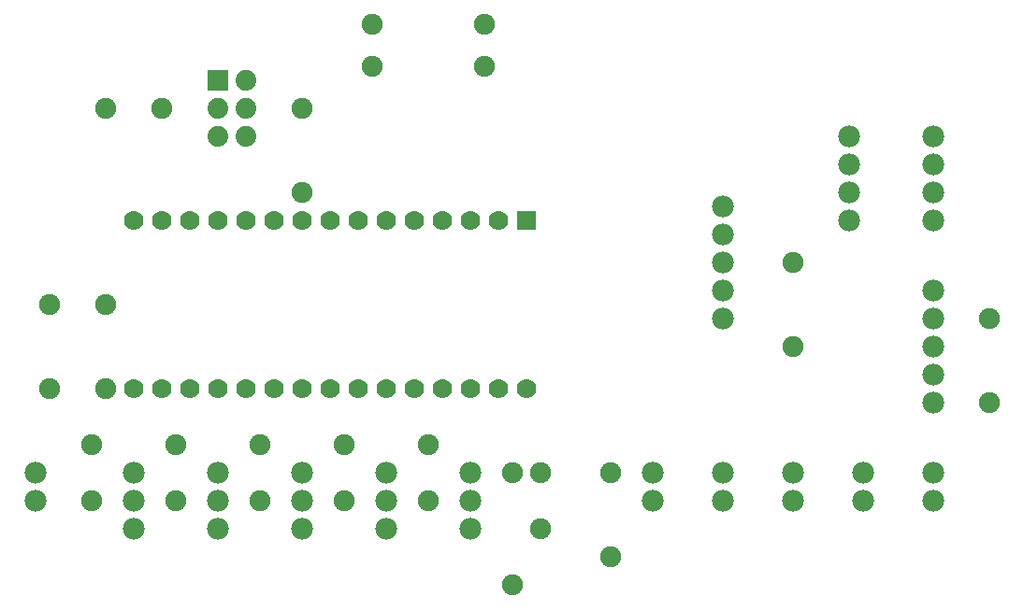
<source format=gtl>
G04 MADE WITH FRITZING*
G04 WWW.FRITZING.ORG*
G04 DOUBLE SIDED*
G04 HOLES PLATED*
G04 CONTOUR ON CENTER OF CONTOUR VECTOR*
%ASAXBY*%
%FSLAX23Y23*%
%MOIN*%
%OFA0B0*%
%SFA1.0B1.0*%
%ADD10C,0.075000*%
%ADD11C,0.078000*%
%ADD12C,0.070000*%
%ADD13C,0.074000*%
%ADD14R,0.070000X0.069972*%
%ADD15R,0.074000X0.074000*%
%LNCOPPER1*%
G90*
G70*
G54D10*
X2863Y1261D03*
X2863Y961D03*
X413Y1811D03*
X613Y1811D03*
X1113Y1811D03*
X1113Y1511D03*
X3563Y1061D03*
X3563Y761D03*
X213Y1111D03*
X213Y811D03*
X1863Y511D03*
X1863Y111D03*
X413Y1111D03*
X413Y811D03*
G54D11*
X3063Y1711D03*
X3063Y1611D03*
X3063Y1511D03*
X3063Y1411D03*
G54D10*
X1763Y1961D03*
X1363Y1961D03*
X1363Y2111D03*
X1763Y2111D03*
G54D11*
X3363Y511D03*
X3363Y411D03*
X3113Y511D03*
X3113Y411D03*
X2863Y511D03*
X2863Y411D03*
X2613Y511D03*
X2613Y411D03*
X2363Y511D03*
X2363Y411D03*
X3363Y1161D03*
X3363Y1061D03*
X3363Y961D03*
X3363Y861D03*
X3363Y761D03*
X2613Y1061D03*
X2613Y1161D03*
X2613Y1261D03*
X2613Y1361D03*
X2613Y1461D03*
X3363Y1711D03*
X3363Y1611D03*
X3363Y1511D03*
X3363Y1411D03*
G54D12*
X1913Y1411D03*
X1813Y1411D03*
X1713Y1411D03*
X1613Y1411D03*
X1513Y1411D03*
X1413Y1411D03*
X1313Y1411D03*
X1213Y1411D03*
X1113Y1411D03*
X1013Y1411D03*
X913Y1411D03*
X813Y1411D03*
X713Y1411D03*
X613Y1411D03*
X513Y1411D03*
X1913Y811D03*
X1813Y811D03*
X1713Y811D03*
X1613Y811D03*
X1513Y811D03*
X1413Y811D03*
X1313Y811D03*
X1213Y811D03*
X1113Y811D03*
X1013Y811D03*
X913Y811D03*
X813Y811D03*
X713Y811D03*
X613Y811D03*
X513Y811D03*
G54D11*
X163Y411D03*
X163Y511D03*
X1713Y311D03*
X1713Y411D03*
X1713Y511D03*
X1413Y311D03*
X1413Y411D03*
X1413Y511D03*
X1113Y311D03*
X1113Y411D03*
X1113Y511D03*
X813Y311D03*
X813Y411D03*
X813Y511D03*
X513Y311D03*
X513Y411D03*
X513Y511D03*
G54D13*
X913Y1911D03*
X913Y1811D03*
X913Y1711D03*
X813Y1911D03*
X813Y1811D03*
X813Y1711D03*
G54D10*
X2213Y511D03*
X2213Y211D03*
X1563Y611D03*
X1563Y411D03*
X1263Y611D03*
X1263Y411D03*
X963Y611D03*
X963Y411D03*
X663Y611D03*
X663Y411D03*
X363Y611D03*
X363Y411D03*
X1963Y511D03*
X1963Y311D03*
G54D14*
X1913Y1411D03*
G54D15*
X813Y1911D03*
G04 End of Copper1*
M02*
</source>
